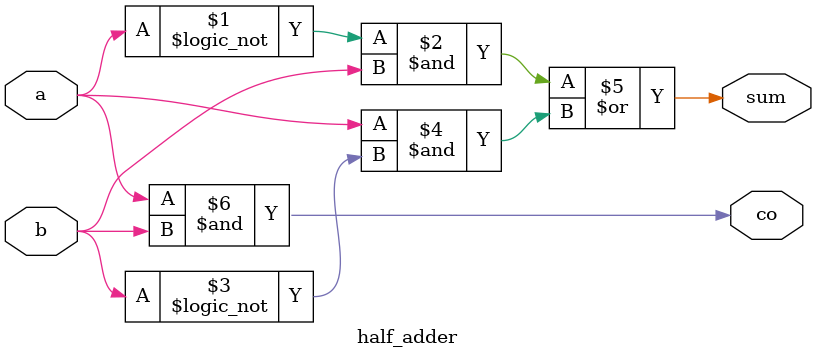
<source format=sv>
module half_adder(
    input logic a,
    input logic b,
    output logic sum,
    output logic co
);

    assign sum = (!a & b) | (a & !b);
    assign co = a & b;

endmodule : half_adder
</source>
